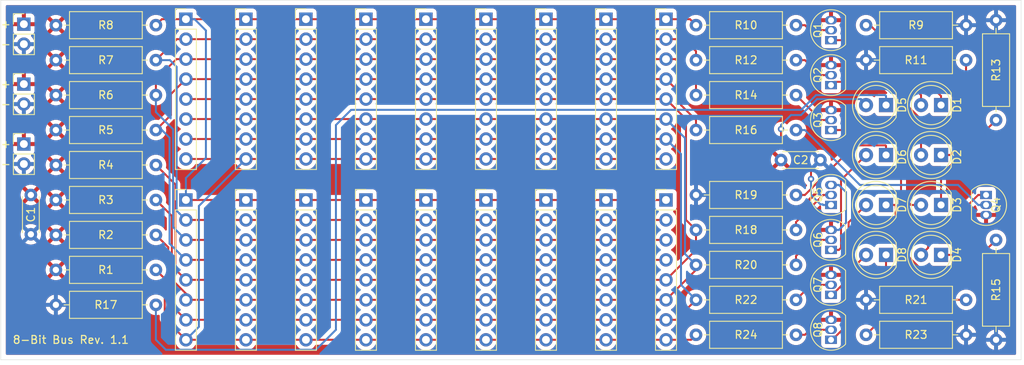
<source format=kicad_pcb>
(kicad_pcb (version 20221018) (generator pcbnew)
  (layers (0 "F.Cu" signal) (31 "B.Cu" signal) (34 "B.Paste" user) (35 "F.Paste" user) (36 "B.SilkS" user "B.Silkscreen") (37 "F.SilkS" user "F.Silkscreen") (38 "B.Mask" user) (39 "F.Mask" user) (44 "Edge.Cuts" user))
  (net 0 "")
  (net 1 "VCC")
  (net 2 "GND")
  (net 3 "Net-(D1-A)")
  (net 4 "Net-(D1-K)")
  (net 5 "Net-(D2-K)")
  (net 6 "Net-(D2-A)")
  (net 7 "Net-(D3-A)")
  (net 8 "Net-(D3-K)")
  (net 9 "Net-(D4-A)")
  (net 10 "Net-(D4-K)")
  (net 11 "Net-(D5-K)")
  (net 12 "Net-(D5-A)")
  (net 13 "Net-(D6-K)")
  (net 14 "Net-(D6-A)")
  (net 15 "Net-(D7-A)")
  (net 16 "Net-(D7-K)")
  (net 17 "Net-(D8-K)")
  (net 18 "Net-(D8-A)")
  (net 19 "/1")
  (net 20 "/2")
  (net 21 "/3")
  (net 22 "/4")
  (net 23 "/5")
  (net 24 "/6")
  (net 25 "/7")
  (net 26 "/8")
  (net 27 "Net-(Q1-B)")
  (net 28 "Net-(Q2-B)")
  (net 29 "Net-(Q3-B)")
  (net 30 "Net-(Q4-B)")
  (net 31 "Net-(Q5-B)")
  (net 32 "Net-(Q6-B)")
  (net 33 "Net-(Q7-B)")
  (net 34 "Net-(Q8-B)")
  (footprint "Resistor_THT:R_Axial_DIN0309_L9.0mm_D3.2mm_P12.70mm_Horizontal" (layer "F.Cu") (at 117.475 32.385)
    (fp_text reference "R12")
    (fp_text value "10K")
  )
  (footprint "Connector_PinHeader_2.54mm:PinHeader_1x02_P2.54mm_Vertical" (layer "F.Cu") (at 32.131 43.053)
    (fp_text reference "J5" hide)
    (fp_text value "Power")
  )
  (footprint "Package_TO_SOT_THT:TO-92_Inline" (layer "F.Cu") (at 134.62 50.8 90)
    (fp_text reference "Q5")
    (fp_text value "2N2222")
  )
  (footprint "Package_TO_SOT_THT:TO-92_Inline" (layer "F.Cu") (at 134.62 41.275 90)
    (fp_text reference "Q3")
    (fp_text value "2N2222")
  )
  (footprint "Package_TO_SOT_THT:TO-92_Inline" (layer "F.Cu") (at 134.62 35.56 90)
    (fp_text reference "Q2")
    (fp_text value "2N2222")
  )
  (footprint "Package_TO_SOT_THT:TO-92_Inline" (layer "F.Cu") (at 134.62 29.845 90)
    (fp_text reference "Q1")
    (fp_text value "2N2222")
  )
  (footprint "Connector_PinHeader_2.54mm:PinHeader_1x02_P2.54mm_Vertical" (layer "F.Cu") (at 32.131 35.433)
    (fp_text reference "J2" hide)
    (fp_text value "Power")
  )
  (footprint "LED_THT:LED_D5.0mm" (layer "F.Cu") (at 141.605 57.15 180)
    (fp_text reference "D8")
    (fp_text value "LED")
  )
  (footprint "LED_THT:LED_D5.0mm" (layer "F.Cu") (at 141.605 50.8 180)
    (fp_text reference "D7")
    (fp_text value "LED")
  )
  (footprint "LED_THT:LED_D5.0mm" (layer "F.Cu") (at 141.605 38.1 180)
    (fp_text reference "D5")
    (fp_text value "LED")
  )
  (footprint "LED_THT:LED_D5.0mm" (layer "F.Cu") (at 148.59 57.15 180)
    (fp_text reference "D4")
    (fp_text value "LED")
  )
  (footprint "LED_THT:LED_D5.0mm" (layer "F.Cu") (at 148.59 38.1 180)
    (fp_text reference "D1")
    (fp_text value "LED")
  )
  (footprint "LED_THT:LED_D5.0mm" (layer "F.Cu") (at 148.59 44.45 180)
    (fp_text reference "D2")
    (fp_text value "LED")
  )
  (footprint "LED_THT:LED_D5.0mm" (layer "F.Cu") (at 148.59 50.8 180)
    (fp_text reference "D3")
    (fp_text value "LED")
  )
  (footprint "Capacitor_THT:C_Disc_D4.3mm_W1.9mm_P5.00mm" (layer "F.Cu") (at 33.02 49.53 -90)
    (fp_text reference "C1")
    (fp_text value "0.1uF")
  )
  (footprint "Connector_PinHeader_2.54mm:PinHeader_1x02_P2.54mm_Vertical" (layer "F.Cu") (at 32.131 27.813)
    (fp_text reference "J1" hide)
    (fp_text value "Power")
  )
  (footprint "LED_THT:LED_D5.0mm" (layer "F.Cu") (at 141.605 44.45 180)
    (fp_text reference "D6")
    (fp_text value "LED")
  )
  (footprint "Package_TO_SOT_THT:TO-92_Inline" (layer "F.Cu") (at 134.62 67.945 90)
    (fp_text reference "Q8")
    (fp_text value "2N2222")
  )
  (footprint "Resistor_THT:R_Axial_DIN0309_L9.0mm_D3.2mm_P12.70mm_Horizontal" (layer "F.Cu") (at 117.475 53.975)
    (fp_text reference "R18")
    (fp_text value "10K")
  )
  (footprint "Resistor_THT:R_Axial_DIN0309_L9.0mm_D3.2mm_P12.70mm_Horizontal" (layer "F.Cu") (at 48.895 63.5 180)
    (fp_text reference "R17")
    (fp_text value "10K")
  )
  (footprint "Resistor_THT:R_Axial_DIN0309_L9.0mm_D3.2mm_P12.70mm_Horizontal" (layer "F.Cu") (at 139.065 27.94)
    (fp_text reference "R9")
    (fp_text value "10K")
  )
  (footprint "Resistor_THT:R_Axial_DIN0309_L9.0mm_D3.2mm_P12.70mm_Horizontal" (layer "F.Cu") (at 36.195 54.61)
    (fp_text reference "R2")
    (fp_text value "100")
  )
  (footprint "Resistor_THT:R_Axial_DIN0309_L9.0mm_D3.2mm_P12.70mm_Horizontal" (layer "F.Cu") (at 117.475 41.275)
    (fp_text reference "R16")
    (fp_text value "10K")
  )
  (footprint "Package_TO_SOT_THT:TO-92_Inline" (layer "F.Cu") (at 134.62 56.515 90)
    (fp_text reference "Q6")
    (fp_text value "2N2222")
  )
  (footprint "Resistor_THT:R_Axial_DIN0309_L9.0mm_D3.2mm_P12.70mm_Horizontal" (layer "F.Cu") (at 155.575 55.245 -90)
    (fp_text reference "R15")
    (fp_text value "10K")
  )
  (footprint "Resistor_THT:R_Axial_DIN0309_L9.0mm_D3.2mm_P12.70mm_Horizontal" (layer "F.Cu") (at 151.765 32.385 180)
    (fp_text reference "R11")
    (fp_text value "10K")
  )
  (footprint "Resistor_THT:R_Axial_DIN0309_L9.0mm_D3.2mm_P12.70mm_Horizontal" (layer "F.Cu") (at 36.195 32.385)
    (fp_text reference "R7")
    (fp_text value "100")
  )
  (footprint "Resistor_THT:R_Axial_DIN0309_L9.0mm_D3.2mm_P12.70mm_Horizontal" (layer "F.Cu") (at 36.195 50.165)
    (fp_text reference "R3")
    (fp_text value "100")
  )
  (footprint "Resistor_THT:R_Axial_DIN0309_L9.0mm_D3.2mm_P12.70mm_Horizontal" (layer "F.Cu") (at 36.195 45.72)
    (fp_text reference "R4")
    (fp_text value "100")
  )
  (footprint "Package_TO_SOT_THT:TO-92_Inline" (layer "F.Cu") (at 134.62 62.23 90)
    (fp_text reference "Q7")
    (fp_text value "2N2222")
  )
  (footprint "Resistor_THT:R_Axial_DIN0309_L9.0mm_D3.2mm_P12.70mm_Horizontal" (layer "F.Cu") (at 117.475 36.83)
    (fp_text reference "R14")
    (fp_text value "10K")
  )
  (footprint "Resistor_THT:R_Axial_DIN0309_L9.0mm_D3.2mm_P12.70mm_Horizontal" (layer "F.Cu") (at 36.195 59.055)
    (fp_text reference "R1")
    (fp_text value "100")
  )
  (footprint "Resistor_THT:R_Axial_DIN0309_L9.0mm_D3.2mm_P12.70mm_Horizontal" (layer "F.Cu") (at 36.195 27.94)
    (fp_text reference "R8")
    (fp_text value "100")
  )
  (footprint "Resistor_THT:R_Axial_DIN0309_L9.0mm_D3.2mm_P12.70mm_Horizontal" (layer "F.Cu") (at 36.195 36.83)
    (fp_text reference "R6")
    (fp_text value "100")
  )
  (footprint "Resistor_THT:R_Axial_DIN0309_L9.0mm_D3.2mm_P12.70mm_Horizontal" (layer "F.Cu") (at 36.195 41.275)
    (fp_text reference "R5")
    (fp_text value "100")
  )
  (footprint "Resistor_THT:R_Axial_DIN0309_L9.0mm_D3.2mm_P12.70mm_Horizontal" (layer "F.Cu") (at 151.765 62.865 180)
    (fp_text reference "R21")
    (fp_text value "10K")
  )
  (footprint "Resistor_THT:R_Axial_DIN0309_L9.0mm_D3.2mm_P12.70mm_Horizontal" (layer "F.Cu") (at 117.475 58.42)
    (fp_text reference "R20")
    (fp_text value "10K")
  )
  (footprint "Resistor_THT:R_Axial_DIN0309_L9.0mm_D3.2mm_P12.70mm_Horizontal" (layer "F.Cu") (at 117.475 67.31)
    (fp_text reference "R24")
    (fp_text value "10K")
  )
  (footprint "Resistor_THT:R_Axial_DIN0309_L9.0mm_D3.2mm_P12.70mm_Horizontal" (layer "F.Cu") (at 139.065 67.31)
    (fp_text reference "R23")
    (fp_text value "10K")
  )
  (footprint "Connector_PinHeader_2.54mm:PinHeader_1x08_P2.54mm_Vertical" (layer "F.Cu") (at 60.325 50.165)
    (fp_text reference "J6" hide)
    (fp_text value "Bus")
  )
  (footprint "Connector_PinHeader_2.54mm:PinHeader_1x08_P2.54mm_Vertical" (layer "F.Cu") (at 113.665 27.178)
    (fp_text reference "J21" hide)
    (fp_text value "Bus")
  )
  (footprint "Connector_PinHeader_2.54mm:PinHeader_1x08_P2.54mm_Vertical" (layer "F.Cu") (at 113.665 50.165)
    (fp_text reference "J20" hide)
    (fp_text value "Bus")
  )
  (footprint "Connector_PinHeader_2.54mm:PinHeader_1x08_P2.54mm_Vertical" (layer "F.Cu") (at 75.565 27.178)
    (fp_text reference "J11" hide)
    (fp_text value "Bus")
  )
  (footprint "Connector_PinHeader_2.54mm:PinHeader_1x08_P2.54mm_Vertical" (layer "F.Cu") (at 106.045 27.178)
    (fp_text reference "J19" hide)
    (fp_text value "Bus")
  )
  (footprint "Connector_PinHeader_2.54mm:PinHeader_1x08_P2.54mm_Vertical" (layer "F.Cu") (at 106.045 50.165)
    (fp_text reference "J18" hide)
    (fp_text value "Bus")
  )
  (footprint "Connector_PinHeader_2.54mm:PinHeader_1x08_P2.54mm_Vertical" (layer "F.Cu") (at 98.425 27.178)
    (fp_text reference "J17" hide)
    (fp_text value "Bus")
  )
  (footprint "Connector_PinHeader_2.54mm:PinHeader_1x08_P2.54mm_Vertical" (layer "F.Cu") (at 98.425 50.165)
    (fp_text reference "J16" hide)
    (fp_text value "Bus")
  )
  (footprint "Connector_PinHeader_2.54mm:PinHeader_1x08_P2.54mm_Vertical" (layer "F.Cu") (at 90.805 27.178)
    (fp_text reference "J15" hide)
    (fp_text value "Bus")
  )
  (footprint "Connector_PinHeader_2.54mm:PinHeader_1x08_P2.54mm_Vertical" (layer "F.Cu") (at 90.805 50.165)
    (fp_text reference "J14" hide)
    (fp_text value "Bus")
  )
  (footprint "Connector_PinHeader_2.54mm:PinHeader_1x08_P2.54mm_Vertical" (layer "F.Cu") (at 83.185 27.178)
    (fp_text reference "J13" hide)
    (fp_text value "Bus")
  )
  (footprint "Connector_PinHeader_2.54mm:PinHeader_1x08_P2.54mm_Vertical" (layer "F.Cu") (at 83.185 50.165)
    (fp_text reference "J12" hide)
    (fp_text value "Bus")
  )
  (footprint "Connector_PinHeader_2.54mm:PinHeader_1x08_P2.54mm_Vertical" (layer "F.Cu") (at 52.705 27.178)
    (fp_text reference "J4" hide)
    (fp_text value "Bus")
  )
  (footprint "Connector_PinHeader_2.54mm:PinHeader_1x08_P2.54mm_Vertical" (layer "F.Cu") (at 67.945 50.165)
    (fp_text reference "J8" hide)
    (fp_text value "Bus")
  )
  (footprint "Connector_PinHeader_2.54mm:PinHeader_1x08_P2.54mm_Vertical" (layer "F.Cu") (at 75.565 50.165)
    (fp_text reference "J10" hide)
    (fp_text value "Bus")
  )
  (footprint "Connector_PinHeader_2.54mm:PinHeader_1x08_P2.54mm_Vertical" (layer "F.Cu") (at 67.945 27.178)
    (fp_text reference "J9" hide)
    (fp_text value "Bus")
  )
  (footprint "Connector_PinHeader_2.54mm:PinHeader_1x08_P2.54mm_Vertical" (layer "F.Cu") (at 60.325 27.178)
    (fp_text reference "J7" hide)
    (fp_text value "Bus")
  )
  (footprint "Connector_PinHeader_2.54mm:PinHeader_1x08_P2.54mm_Vertical" (layer "F.Cu") (at 52.705 50.165)
    (fp_text reference "J3" hide)
    (fp_text value "Bus")
  )
  (footprint "Resistor_THT:R_Axial_DIN0309_L9.0mm_D3.2mm_P12.70mm_Horizontal" (layer "F.Cu") (at 117.475 62.865)
    (fp_text reference "R22")
    (fp_text value "10K")
  )
  (footprint "Resistor_THT:R_Axial_DIN0309_L9.0mm_D3.2mm_P12.70mm_Horizontal" (layer "F.Cu") (at 117.475 27.94)
    (fp_text reference "R10")
    (fp_text value "10K")
  )
  (footprint "Capacitor_THT:C_Disc_D4.3mm_W1.9mm_P5.00mm" (layer "F.Cu") (at 128.27 45.085)
    (fp_text reference "C2")
    (fp_text value "0.1uF")
  )
  (footprint "Resistor_THT:R_Axial_DIN0309_L9.0mm_D3.2mm_P12.70mm_Horizontal" (layer "F.Cu") (at 155.575 40.005 90)
    (fp_text reference "R13")
    (fp_text value "10K")
  )
  (footprint "Resistor_THT:R_Axial_DIN0309_L9.0mm_D3.2mm_P12.70mm_Horizontal" (layer "F.Cu") (at 130.175 49.53 180)
    (fp_text reference "R19")
    (fp_text value "10K")
  )
  (footprint "Package_TO_SOT_THT:TO-92_Inline" (layer "F.Cu") (at 154.305 49.53 -90)
    (fp_text reference "Q4")
    (fp_text value "2N2222")
  )
  (gr_line (start 29.21 24.765) (end 158.75 24.765) (stroke (width 0.05)) (layer "Edge.Cuts"))
  (gr_line (start 158.75 70.485) (end 29.21 70.485) (stroke (width 0.05)) (layer "Edge.Cuts"))
  (gr_line (start 29.21 24.765) (end 29.21 70.485) (stroke (width 0.05)) (layer "Edge.Cuts"))
  (gr_line (start 158.75 24.765) (end 158.75 70.485) (stroke (width 0.05)) (layer "Edge.Cuts"))
  (gr_text "+" (at 29.845 35.433) (layer "F.SilkS") (effects (font (size 1 1))))
  (gr_text "+" (at 29.845 43.053) (layer "F.SilkS") (effects (font (size 1 1))))
  (gr_text "-" (at 29.845 45.593) (layer "F.SilkS") (effects (font (size 1 1))))
  (gr_text "-" (at 29.845 37.973) (layer "F.SilkS") (effects (font (size 1 1))))
  (gr_text "-" (at 29.845 30.353) (layer "F.SilkS") (effects (font (size 1 1))))
  (gr_text "8-Bit Bus Rev. 1.1" (at 38.1 67.945) (layer "F.SilkS") (effects (font (size 1 1))))
  (gr_text "+" (at 29.845 27.813) (layer "F.SilkS") (effects (font (size 1 1))))
  (segment (start 135.62 53.975) (end 136.525 53.07) (width 0.25) (layer "B.Cu") (net 1))
  (segment (start 136.525 53.07) (end 136.525 49.165) (width 0.25) (layer "B.Cu") (net 1))
  (segment (start 134.62 53.975) (end 135.62 53.975) (width 0.25) (layer "B.Cu") (net 1))
  (segment (start 136.525 49.165) (end 135.62 48.26) (width 0.25) (layer "B.Cu") (net 1))
  (segment (start 135.62 48.26) (end 134.62 48.26) (width 0.25) (layer "B.Cu") (net 1))
  (segment (start 146.05 36.827208) (end 146.05 38.1) (width 0.25) (layer "F.Cu") (net 3))
  (segment (start 134.62 29.845) (end 139.067792 29.845) (width 0.25) (layer "F.Cu") (net 3))
  (segment (start 139.067792 29.845) (end 146.05 36.827208) (width 0.25) (layer "F.Cu") (net 3))
  (segment (start 139.58 27.94) (end 139.065 27.94) (width 0.25) (layer "F.Cu") (net 4))
  (segment (start 148.59 38.1) (end 148.59 36.95) (width 0.25) (layer "F.Cu") (net 4))
  (segment (start 148.59 36.95) (end 139.58 27.94) (width 0.25) (layer "F.Cu") (net 4))
  (segment (start 149.74 44.45) (end 151.765 42.425) (width 0.25) (layer "F.Cu") (net 5))
  (segment (start 148.59 44.45) (end 149.74 44.45) (width 0.25) (layer "F.Cu") (net 5))
  (segment (start 151.765 33.51637) (end 151.765 32.385) (width 0.25) (layer "F.Cu") (net 5))
  (segment (start 151.765 42.425) (end 151.765 33.51637) (width 0.25) (layer "F.Cu") (net 5))
  (segment (start 146.05 43.177208) (end 146.05 44.45) (width 0.25) (layer "F.Cu") (net 6))
  (segment (start 134.62 35.56) (end 135.03999 35.14001) (width 0.25) (layer "F.Cu") (net 6))
  (segment (start 135.03999 35.14001) (end 141.277008 35.14001) (width 0.25) (layer "F.Cu") (net 6))
  (segment (start 141.277008 35.14001) (end 146.05 39.913002) (width 0.25) (layer "F.Cu") (net 6))
  (segment (start 146.05 39.913002) (end 146.05 43.177208) (width 0.25) (layer "F.Cu") (net 6))
  (segment (start 144.777208 50.8) (end 146.05 50.8) (width 0.25) (layer "F.Cu") (net 7))
  (segment (start 143.51 49.532792) (end 144.777208 50.8) (width 0.25) (layer "F.Cu") (net 7))
  (segment (start 134.62 41.275) (end 141.605 41.275) (width 0.25) (layer "F.Cu") (net 7))
  (segment (start 143.51 43.18) (end 143.51 49.532792) (width 0.25) (layer "F.Cu") (net 7))
  (segment (start 141.605 41.275) (end 143.51 43.18) (width 0.25) (layer "F.Cu") (net 7))
  (segment (start 148.59 50.8) (end 148.59 46.99) (width 0.25) (layer "F.Cu") (net 8))
  (segment (start 148.59 46.99) (end 155.575 40.005) (width 0.25) (layer "F.Cu") (net 8))
  (segment (start 146.949999 55.885001) (end 153.305 49.53) (width 0.25) (layer "F.Cu") (net 9))
  (segment (start 153.305 49.53) (end 154.305 49.53) (width 0.25) (layer "F.Cu") (net 9))
  (segment (start 146.05 57.15) (end 146.949999 56.250001) (width 0.25) (layer "F.Cu") (net 9))
  (segment (start 146.949999 56.250001) (end 146.949999 55.885001) (width 0.25) (layer "F.Cu") (net 9))
  (segment (start 153.67 57.15) (end 155.575 55.245) (width 0.25) (layer "F.Cu") (net 10))
  (segment (start 148.59 57.15) (end 153.67 57.15) (width 0.25) (layer "F.Cu") (net 10))
  (segment (start 69.215 69.215) (end 50.165 69.215) (width 0.25) (layer "B.Cu") (net 11))
  (segment (start 141.485 36.83) (end 132.715 36.83) (width 0.25) (layer "B.Cu") (net 11))
  (segment (start 141.605 38.1) (end 141.605 36.95) (width 0.25) (layer "B.Cu") (net 11))
  (segment (start 132.715 36.83) (end 130.842001 38.702999) (width 0.25) (layer "B.Cu") (net 11))
  (segment (start 71.755 40.64) (end 71.755 66.675) (width 0.25) (layer "B.Cu") (net 11))
  (segment (start 48.895 67.945) (end 48.895 63.5) (width 0.25) (layer "B.Cu") (net 11))
  (segment (start 141.605 36.95) (end 141.485 36.83) (width 0.25) (layer "B.Cu") (net 11))
  (segment (start 71.755 66.675) (end 69.215 69.215) (width 0.25) (layer "B.Cu") (net 11))
  (segment (start 73.692001 38.702999) (end 71.755 40.64) (width 0.25) (layer "B.Cu") (net 11))
  (segment (start 130.842001 38.702999) (end 73.692001 38.702999) (width 0.25) (layer "B.Cu") (net 11))
  (segment (start 50.165 69.215) (end 48.895 67.945) (width 0.25) (layer "B.Cu") (net 11))
  (segment (start 132.08 47.498) (end 132.08 45.974) (width 0.25) (layer "F.Cu") (net 12))
  (segment (start 132.08 45.974) (end 128.27 42.164) (width 0.25) (layer "F.Cu") (net 12))
  (segment (start 128.27 42.164) (end 128.27 41.148) (width 0.25) (layer "F.Cu") (net 12))
  (via (at 132.08 47.498) (size 0.8) (drill 0.4) (layers "F.Cu" "B.Cu") (net 12))
  (via (at 128.27 41.148) (size 0.8) (drill 0.4) (layers "F.Cu" "B.Cu") (net 12))
  (segment (start 132.84341 37.338) (end 130.81141 39.37) (width 0.25) (layer "B.Cu") (net 12))
  (segment (start 138.43 37.465) (end 138.43 37.338) (width 0.25) (layer "B.Cu") (net 12))
  (segment (start 132.08 49.53) (end 132.08 47.498) (width 0.25) (layer "B.Cu") (net 12))
  (segment (start 133.62 50.8) (end 134.62 50.8) (width 0.25) (layer "B.Cu") (net 12))
  (segment (start 133.27499 50.72499) (end 133.54499 50.72499) (width 0.25) (layer "B.Cu") (net 12))
  (segment (start 128.27 41.148) (end 128.27 40.64) (width 0.25) (layer "B.Cu") (net 12))
  (segment (start 133.54499 50.72499) (end 133.62 50.8) (width 0.25) (layer "B.Cu") (net 12))
  (segment (start 139.065 38.1) (end 138.43 37.465) (width 0.25) (layer "B.Cu") (net 12))
  (segment (start 129.54 39.37) (end 128.27 40.64) (width 0.25) (layer "B.Cu") (net 12))
  (segment (start 132.08 49.53) (end 133.27499 50.72499) (width 0.25) (layer "B.Cu") (net 12))
  (segment (start 138.43 37.338) (end 132.84341 37.338) (width 0.25) (layer "B.Cu") (net 12))
  (segment (start 130.81141 39.37) (end 129.54 39.37) (width 0.25) (layer "B.Cu") (net 12))
  (segment (start 141.529999 43.224999) (end 137.611371 43.224999) (width 0.25) (layer "F.Cu") (net 13))
  (segment (start 131.30637 49.53) (end 130.175 49.53) (width 0.25) (layer "F.Cu") (net 13))
  (segment (start 141.605 44.45) (end 141.605 43.3) (width 0.25) (layer "F.Cu") (net 13))
  (segment (start 137.611371 43.224999) (end 131.30637 49.53) (width 0.25) (layer "F.Cu") (net 13))
  (segment (start 141.605 43.3) (end 141.529999 43.224999) (width 0.25) (layer "F.Cu") (net 13))
  (segment (start 135.89 47.625) (end 135.89 56.245) (width 0.25) (layer "F.Cu") (net 14))
  (segment (start 139.065 44.45) (end 135.89 47.625) (width 0.25) (layer "F.Cu") (net 14))
  (segment (start 135.89 56.245) (end 135.62 56.515) (width 0.25) (layer "F.Cu") (net 14))
  (segment (start 135.62 56.515) (end 134.62 56.515) (width 0.25) (layer "F.Cu") (net 14))
  (segment (start 136.854989 53.010011) (end 138.165001 51.699999) (width 0.25) (layer "F.Cu") (net 15))
  (segment (start 135.03999 61.81001) (end 135.197085 61.81001) (width 0.25) (layer "F.Cu") (net 15))
  (segment (start 134.62 62.23) (end 135.03999 61.81001) (width 0.25) (layer "F.Cu") (net 15))
  (segment (start 138.165001 51.699999) (end 139.065 50.8) (width 0.25) (layer "F.Cu") (net 15))
  (segment (start 136.854989 60.152106) (end 136.854989 53.010011) (width 0.25) (layer "F.Cu") (net 15))
  (segment (start 135.197085 61.81001) (end 136.854989 60.152106) (width 0.25) (layer "F.Cu") (net 15))
  (segment (start 142.830001 50.875001) (end 142.830001 55.743003) (width 0.25) (layer "F.Cu") (net 16))
  (segment (start 142.755 50.8) (end 142.830001 50.875001) (width 0.25) (layer "F.Cu") (net 16))
  (segment (start 149.951998 62.865) (end 150.63363 62.865) (width 0.25) (layer "F.Cu") (net 16))
  (segment (start 141.605 50.8) (end 142.755 50.8) (width 0.25) (layer "F.Cu") (net 16))
  (segment (start 150.63363 62.865) (end 151.765 62.865) (width 0.25) (layer "F.Cu") (net 16))
  (segment (start 142.830001 55.743003) (end 149.951998 62.865) (width 0.25) (layer "F.Cu") (net 16))
  (segment (start 141.605 57.15) (end 141.605 64.77) (width 0.25) (layer "F.Cu") (net 17))
  (segment (start 141.605 64.77) (end 139.065 67.31) (width 0.25) (layer "F.Cu") (net 17))
  (segment (start 134.62 67.945) (end 135.03999 67.52501) (width 0.25) (layer "F.Cu") (net 18))
  (segment (start 137.304999 58.910001) (end 138.165001 58.049999) (width 0.25) (layer "F.Cu") (net 18))
  (segment (start 135.197085 67.52501) (end 137.304999 65.417096) (width 0.25) (layer "F.Cu") (net 18))
  (segment (start 137.304999 65.417096) (end 137.304999 58.910001) (width 0.25) (layer "F.Cu") (net 18))
  (segment (start 135.03999 67.52501) (end 135.197085 67.52501) (width 0.25) (layer "F.Cu") (net 18))
  (segment (start 138.165001 58.049999) (end 139.065 57.15) (width 0.25) (layer "F.Cu") (net 18))
  (segment (start 52.705 27.178) (end 49.657 27.178) (width 0.25) (layer "F.Cu") (net 19))
  (segment (start 49.657 27.178) (end 48.895 27.94) (width 0.25) (layer "F.Cu") (net 19))
  (segment (start 52.705 50.165) (end 113.665 50.165) (width 0.25) (layer "F.Cu") (net 19))
  (segment (start 52.705 27.178) (end 116.713 27.178) (width 0.25) (layer "F.Cu") (net 19))
  (segment (start 116.713 27.178) (end 117.475 27.94) (width 0.25) (layer "F.Cu") (net 19))
  (segment (start 52.705 47.371) (end 52.705 50.165) (width 0.25) (layer "B.Cu") (net 19))
  (segment (start 53.805 27.178) (end 55.245 28.618) (width 0.25) (layer "B.Cu") (net 19))
  (segment (start 55.245 28.618) (end 55.245 44.831) (width 0.25) (layer "B.Cu") (net 19))
  (segment (start 52.705 27.178) (end 53.805 27.178) (width 0.25) (layer "B.Cu") (net 19))
  (segment (start 55.245 44.831) (end 52.705 47.371) (width 0.25) (layer "B.Cu") (net 19))
  (segment (start 115.93937 29.718) (end 114.867081 29.718) (width 0.25) (layer "F.Cu") (net 20))
  (segment (start 117.475 31.25363) (end 115.93937 29.718) (width 0.25) (layer "F.Cu") (net 20))
  (segment (start 113.665 52.705) (end 52.705 52.705) (width 0.25) (layer "F.Cu") (net 20))
  (segment (start 114.867081 29.718) (end 113.665 29.718) (width 0.25) (layer "F.Cu") (net 20))
  (segment (start 51.562 29.718) (end 48.895 32.385) (width 0.25) (layer "F.Cu") (net 20))
  (segment (start 117.475 32.385) (end 117.475 31.25363) (width 0.25) (layer "F.Cu") (net 20))
  (segment (start 113.665 29.718) (end 51.562 29.718) (width 0.25) (layer "F.Cu") (net 20))
  (segment (start 51.529999 33.241999) (end 51.529999 51.529999) (width 0.25) (layer "B.Cu") (net 20))
  (segment (start 50.673 32.385) (end 51.529999 33.241999) (width 0.25) (layer "B.Cu") (net 20))
  (segment (start 51.529999 51.529999) (end 51.855001 51.855001) (width 0.25) (layer "B.Cu") (net 20))
  (segment (start 51.855001 51.855001) (end 52.705 52.705) (width 0.25) (layer "B.Cu") (net 20))
  (segment (start 48.895 32.385) (end 50.673 32.385) (width 0.25) (layer "B.Cu") (net 20))
  (segment (start 117.475 34.865919) (end 117.475 35.69863) (width 0.25) (layer "F.Cu") (net 21))
  (segment (start 48.895 35.69863) (end 48.895 36.83) (width 0.25) (layer "F.Cu") (net 21))
  (segment (start 52.705 55.245) (end 113.665 55.245) (width 0.25) (layer "F.Cu") (net 21))
  (segment (start 113.665 32.258) (end 114.867081 32.258) (width 0.25) (layer "F.Cu") (net 21))
  (segment (start 117.475 35.69863) (end 117.475 36.83) (width 0.25) (layer "F.Cu") (net 21))
  (segment (start 48.895 34.865919) (end 48.895 35.69863) (width 0.25) (layer "F.Cu") (net 21))
  (segment (start 113.665 32.258) (end 112.462919 32.258) (width 0.25) (layer "F.Cu") (net 21))
  (segment (start 51.502919 32.258) (end 48.895 34.865919) (width 0.25) (layer "F.Cu") (net 21))
  (segment (start 52.705 32.258) (end 51.502919 32.258) (width 0.25) (layer "F.Cu") (net 21))
  (segment (start 112.462919 32.258) (end 52.705 32.258) (width 0.25) (layer "F.Cu") (net 21))
  (segment (start 114.867081 32.258) (end 117.475 34.865919) (width 0.25) (layer "F.Cu") (net 21))
  (segment (start 51.079989 53.619989) (end 51.855001 54.395001) (width 0.25) (layer "B.Cu") (net 21))
  (segment (start 51.079989 41.173989) (end 51.079989 53.619989) (width 0.25) (layer "B.Cu") (net 21))
  (segment (start 48.895 38.989) (end 51.079989 41.173989) (width 0.25) (layer "B.Cu") (net 21))
  (segment (start 48.895 36.83) (end 48.895 38.989) (width 0.25) (layer "B.Cu") (net 21))
  (segment (start 51.855001 54.395001) (end 52.705 55.245) (width 0.25) (layer "B.Cu") (net 21))
  (segment (start 97.222919 34.798) (end 60.325 34.798) (width 0.25) (layer "F.Cu") (net 22))
  (segment (start 50.8 39.37) (end 48.895 41.275) (width 0.25) (layer "F.Cu") (net 22))
  (segment (start 52.705 34.798) (end 50.8 36.703) (width 0.25) (layer "F.Cu") (net 22))
  (segment (start 59.122919 34.798) (end 52.705 34.798) (width 0.25) (layer "F.Cu") (net 22))
  (segment (start 113.665 57.785) (end 52.705 57.785) (width 0.25) (layer "F.Cu") (net 22))
  (segment (start 115.57 36.703) (end 115.57 38.1) (width 0.25) (layer "F.Cu") (net 22))
  (segment (start 115.57 38.1) (end 117.475 40.005) (width 0.25) (layer "F.Cu") (net 22))
  (segment (start 112.462919 34.798) (end 98.425 34.798) (width 0.25) (layer "F.Cu") (net 22))
  (segment (start 50.8 36.703) (end 50.8 39.37) (width 0.25) (layer "F.Cu") (net 22))
  (segment (start 113.665 34.798) (end 112.462919 34.798) (width 0.25) (layer "F.Cu") (net 22))
  (segment (start 113.665 34.798) (end 115.57 36.703) (width 0.25) (layer "F.Cu") (net 22))
  (segment (start 60.325 34.798) (end 59.122919 34.798) (width 0.25) (layer "F.Cu") (net 22))
  (segment (start 98.425 34.798) (end 97.222919 34.798) (width 0.25) (layer "F.Cu") (net 22))
  (segment (start 117.475 40.005) (end 117.475 41.275) (width 0.25) (layer "F.Cu") (net 22))
  (segment (start 50.629979 55.709979) (end 51.855001 56.935001) (width 0.25) (layer "B.Cu") (net 22))
  (segment (start 50.629979 42.247979) (end 50.629979 55.709979) (width 0.25) (layer "B.Cu") (net 22))
  (segment (start 49.657 41.275) (end 50.629979 42.247979) (width 0.25) (layer "B.Cu") (net 22))
  (segment (start 51.855001 56.935001) (end 52.705 57.785) (width 0.25) (layer "B.Cu") (net 22))
  (segment (start 48.895 41.275) (end 49.657 41.275) (width 0.25) (layer "B.Cu") (net 22))
  (segment (start 116.205 52.705) (end 116.205 39.878) (width 0.25) (layer "F.Cu") (net 23))
  (segment (start 49.694999 46.519999) (end 48.895 45.72) (width 0.25) (layer "F.Cu") (net 23))
  (segment (start 52.705 60.325) (end 51.370029 58.990029) (width 0.25) (layer "F.Cu") (net 23))
  (segment (start 116.205 39.878) (end 114.514999 38.187999) (width 0.25) (layer "F.Cu") (net 23))
  (segment (start 52.705 60.325) (end 113.665 60.325) (width 0.25) (layer "F.Cu") (net 23))
  (segment (start 113.665 60.325) (end 117.475 56.515) (width 0.25) (layer "F.Cu") (net 23))
  (segment (start 114.514999 38.187999) (end 113.665 37.338) (width 0.25) (layer "F.Cu") (net 23))
  (segment (start 117.475 53.975) (end 116.205 52.705) (width 0.25) (layer "F.Cu") (net 23))
  (segment (start 117.475 56.515) (end 117.475 53.975) (width 0.25) (layer "F.Cu") (net 23))
  (segment (start 52.705 37.338) (end 53.907081 37.338) (width 0.25) (layer "F.Cu") (net 23))
  (segment (start 53.907081 37.338) (end 113.665 37.338) (width 0.25) (layer "F.Cu") (net 23))
  (segment (start 51.370029 48.195029) (end 49.694999 46.519999) (width 0.25) (layer "F.Cu") (net 23))
  (segment (start 51.370029 58.990029) (end 51.370029 48.195029) (width 0.25) (layer "F.Cu") (net 23))
  (segment (start 49.694999 50.964999) (end 48.895 50.165) (width 0.25) (layer "F.Cu") (net 24))
  (segment (start 112.462919 62.865) (end 52.705 62.865) (width 0.25) (layer "F.Cu") (net 24))
  (segment (start 117.475 59.055) (end 117.475 58.42) (width 0.25) (layer "F.Cu") (net 24))
  (segment (start 113.665 39.878) (end 52.705 39.878) (width 0.25) (layer "F.Cu") (net 24))
  (segment (start 52.705 62.064002) (end 50.92002 60.279022) (width 0.25) (layer "F.Cu") (net 24))
  (segment (start 50.92002 52.19002) (end 49.694999 50.964999) (width 0.25) (layer "F.Cu") (net 24))
  (segment (start 113.665 62.865) (end 112.462919 62.865) (width 0.25) (layer "F.Cu") (net 24))
  (segment (start 113.665 62.865) (end 117.475 59.055) (width 0.25) (layer "F.Cu") (net 24))
  (segment (start 52.705 62.865) (end 52.705 62.064002) (width 0.25) (layer "F.Cu") (net 24))
  (segment (start 50.92002 60.279022) (end 50.92002 52.19002) (width 0.25) (layer "F.Cu") (net 24))
  (segment (start 114.514999 40.727999) (end 113.665 39.878) (width 0.25) (layer "B.Cu") (net 24))
  (segment (start 116.078 57.023) (end 116.078 42.291) (width 0.25) (layer "B.Cu") (net 24))
  (segment (start 117.475 58.42) (end 116.078 57.023) (width 0.25) (layer "B.Cu") (net 24))
  (segment (start 116.078 42.291) (end 114.514999 40.727999) (width 0.25) (layer "B.Cu") (net 24))
  (segment (start 52.705 65.405) (end 113.665 65.405) (width 0.25) (layer "F.Cu") (net 25))
  (segment (start 50.47001 56.18501) (end 49.694999 55.409999) (width 0.25) (layer "F.Cu") (net 25))
  (segment (start 49.694999 55.409999) (end 48.895 54.61) (width 0.25) (layer "F.Cu") (net 25))
  (segment (start 114.935 65.405) (end 117.475 62.865) (width 0.25) (layer "F.Cu") (net 25))
  (segment (start 52.705 42.418) (end 53.907081 42.418) (width 0.25) (layer "F.Cu") (net 25))
  (segment (start 50.47001 63.17001) (end 50.47001 56.18501) (width 0.25) (layer "F.Cu") (net 25))
  (segment (start 53.907081 42.418) (end 113.665 42.418) (width 0.25) (layer "F.Cu") (net 25))
  (segment (start 52.705 65.405) (end 50.47001 63.17001) (width 0.25) (layer "F.Cu") (net 25))
  (segment (start 113.665 65.405) (end 114.935 65.405) (width 0.25) (layer "F.Cu") (net 25))
  (segment (start 115.57 60.96) (end 115.57 44.323) (width 0.25) (layer "B.Cu") (net 25))
  (segment (start 114.514999 43.267999) (end 113.665 42.418) (width 0.25) (layer "B.Cu") (net 25))
  (segment (start 117.475 62.865) (end 115.57 60.96) (width 0.25) (layer "B.Cu") (net 25))
  (segment (start 115.57 44.323) (end 114.514999 43.267999) (width 0.25) (layer "B.Cu") (net 25))
  (segment (start 113.665 67.945) (end 116.84 67.945) (width 0.25) (layer "F.Cu") (net 26))
  (segment (start 113.665 44.958) (end 112.462919 44.958) (width 0.25) (layer "F.Cu") (net 26))
  (segment (start 113.665 67.945) (end 52.705 67.945) (width 0.25) (layer "F.Cu") (net 26))
  (segment (start 52.705 67.945) (end 50.020001 65.260001) (width 0.25) (layer "F.Cu") (net 26))
  (segment (start 50.020001 65.260001) (end 50.020001 60.180001) (width 0.25) (layer "F.Cu") (net 26))
  (segment (start 116.84 67.945) (end 117.475 67.31) (width 0.25) (layer "F.Cu") (net 26))
  (segment (start 112.462919 44.958) (end 52.705 44.958) (width 0.25) (layer "F.Cu") (net 26))
  (segment (start 50.020001 60.180001) (end 49.694999 59.854999) (width 0.25) (layer "F.Cu") (net 26))
  (segment (start 49.694999 59.854999) (end 48.895 59.055) (width 0.25) (layer "F.Cu") (net 26))
  (segment (start 59.475001 45.807999) (end 60.325 44.958) (width 0.25) (layer "B.Cu") (net 26))
  (segment (start 54.356 50.927) (end 59.475001 45.807999) (width 0.25) (layer "B.Cu") (net 26))
  (segment (start 52.705 67.945) (end 54.356 66.294) (width 0.25) (layer "B.Cu") (net 26))
  (segment (start 54.356 66.294) (end 54.356 50.927) (width 0.25) (layer "B.Cu") (net 26))
  (segment (start 131.94137 28.575) (end 133.62 28.575) (width 0.25) (layer "F.Cu") (net 27))
  (segment (start 130.175 27.94) (end 131.30637 27.94) (width 0.25) (layer "F.Cu") (net 27))
  (segment (start 133.62 28.575) (end 134.62 28.575) (width 0.25) (layer "F.Cu") (net 27))
  (segment (start 131.30637 27.94) (end 131.94137 28.575) (width 0.25) (layer "F.Cu") (net 27))
  (segment (start 133.62 34.29) (end 134.62 34.29) (width 0.25) (layer "F.Cu") (net 28))
  (segment (start 131.30637 32.385) (end 133.21137 34.29) (width 0.25) (layer "F.Cu") (net 28))
  (segment (start 130.175 32.385) (end 131.30637 32.385) (width 0.25) (layer "F.Cu") (net 28))
  (segment (start 133.21137 34.29) (end 133.62 34.29) (width 0.25) (layer "F.Cu") (net 28))
  (segment (start 130.175 36.83) (end 133.35 40.005) (width 0.25) (layer "F.Cu") (net 29))
  (segment (start 133.35 40.005) (end 134.62 40.005) (width 0.25) (layer "F.Cu") (net 29))
  (segment (start 130.175 41.275) (end 131.30637 41.275) (width 0.25) (layer "B.Cu") (net 30))
  (segment (start 138.29137 48.26) (end 150.765 48.26) (width 0.25) (layer "B.Cu") (net 30))
  (segment (start 150.765 48.26) (end 153.305 50.8) (width 0.25) (layer "B.Cu") (net 30))
  (segment (start 131.30637 41.275) (end 138.29137 48.26) (width 0.25) (layer "B.Cu") (net 30))
  (segment (start 153.305 50.8) (end 154.305 50.8) (width 0.25) (layer "B.Cu") (net 30))
  (segment (start 133.62 49.53) (end 134.62 49.53) (width 0.25) (layer "F.Cu") (net 31))
  (segment (start 130.175 53.975) (end 130.175 52.975) (width 0.25) (layer "F.Cu") (net 31))
  (segment (start 130.175 52.975) (end 133.62 49.53) (width 0.25) (layer "F.Cu") (net 31))
  (segment (start 130.175 57.28863) (end 132.21863 55.245) (width 0.25) (layer "F.Cu") (net 32))
  (segment (start 132.21863 55.245) (end 133.62 55.245) (width 0.25) (layer "F.Cu") (net 32))
  (segment (start 130.175 58.42) (end 130.175 57.28863) (width 0.25) (layer "F.Cu") (net 32))
  (segment (start 133.62 55.245) (end 134.62 55.245) (width 0.25) (layer "F.Cu") (net 32))
  (segment (start 132.08 60.96) (end 134.62 60.96) (width 0.25) (layer "F.Cu") (net 33))
  (segment (start 130.175 62.865) (end 132.08 60.96) (width 0.25) (layer "F.Cu") (net 33))
  (segment (start 131.94137 66.675) (end 133.62 66.675) (width 0.25) (layer "F.Cu") (net 34))
  (segment (start 131.30637 67.31) (end 131.94137 66.675) (width 0.25) (layer "F.Cu") (net 34))
  (segment (start 130.175 67.31) (end 131.30637 67.31) (width 0.25) (layer "F.Cu") (net 34))
  (segment (start 133.62 66.675) (end 134.62 66.675) (width 0.25) (layer "F.Cu") (net 34))
  (zone (net 1) (net_name "VCC") (layer "F.Cu") (connect_pads (clearance 0.508)) (min_thickness 0.254) (fill yes (thermal_gap 0.508) (thermal_bridge_width 0.508))
    (polygon (pts (xy 158.115 69.85) (xy 29.845 69.85) (xy 29.845 25.4) (xy 158.115 25.4)))
  )
  (zone (net 2) (net_name "GND") (layer "B.Cu") (connect_pads (clearance 0.508)) (min_thickness 0.254) (fill yes (thermal_gap 0.508) (thermal_bridge_width 0.508))
    (polygon (pts (xy 158.115 69.85) (xy 29.845 69.85) (xy 29.845 25.4) (xy 158.115 25.4)))
  )
)
</source>
